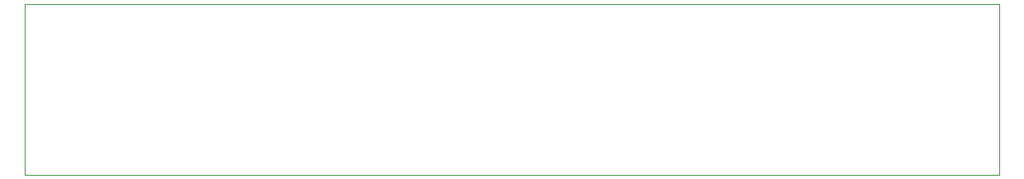
<source format=gm1>
G04 #@! TF.GenerationSoftware,KiCad,Pcbnew,(5.1.6)-1*
G04 #@! TF.CreationDate,2020-10-13T20:36:20+02:00*
G04 #@! TF.ProjectId,LampeSolaire2,4c616d70-6553-46f6-9c61-697265322e6b,R00*
G04 #@! TF.SameCoordinates,PX5f5e100PY5cfbb60*
G04 #@! TF.FileFunction,Profile,NP*
%FSLAX46Y46*%
G04 Gerber Fmt 4.6, Leading zero omitted, Abs format (unit mm)*
G04 Created by KiCad (PCBNEW (5.1.6)-1) date 2020-10-13 20:36:20*
%MOMM*%
%LPD*%
G01*
G04 APERTURE LIST*
G04 #@! TA.AperFunction,Profile*
%ADD10C,0.050000*%
G04 #@! TD*
G04 APERTURE END LIST*
D10*
X100000000Y-17500000D02*
X0Y-17500000D01*
X100000000Y0D02*
X100000000Y-17500000D01*
X0Y0D02*
X100000000Y0D01*
X0Y-17500000D02*
X0Y0D01*
M02*

</source>
